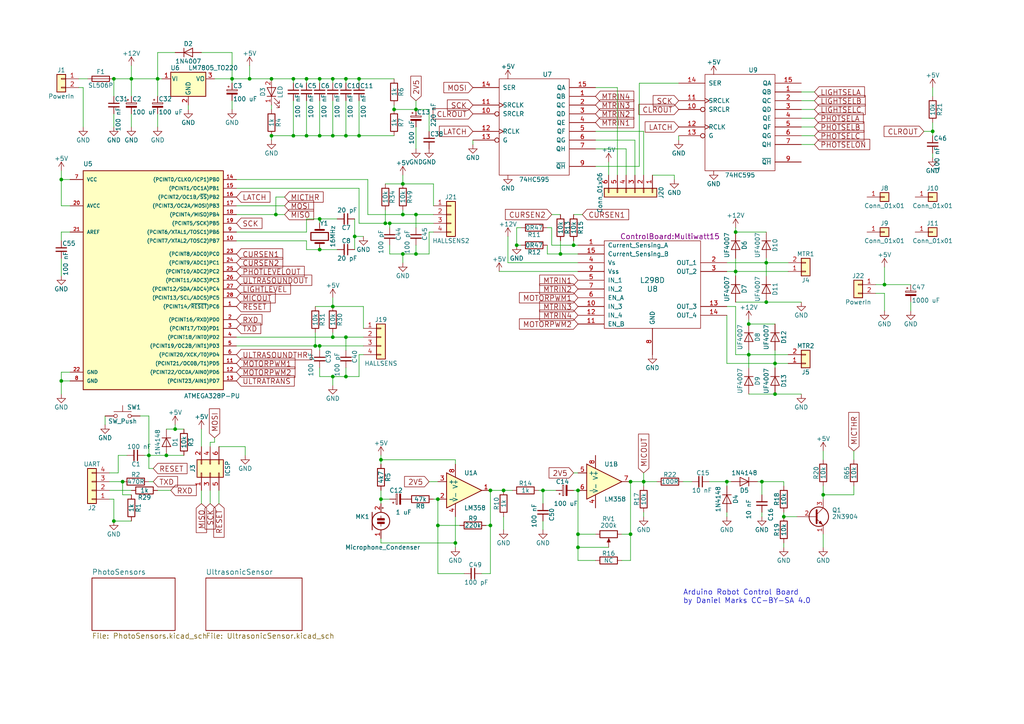
<source format=kicad_sch>
(kicad_sch (version 20230121) (generator eeschema)
  (paper "A4")
  (junction (at 114.3 31.75))
  (junction (at 167.64 158.75))
  (junction (at 142.24 152.4))
  (junction (at 96.52 22.86))
  (junction (at 96.52 109.22))
  (junction (at 224.79 114.3))
  (junction (at 238.76 143.51))
  (junction (at 227.33 149.86))
  (junction (at 142.24 142.24))
  (junction (at 96.52 88.9))
  (junction (at 217.17 93.98))
  (junction (at 116.84 73.66))
  (junction (at 38.1 22.86))
  (junction (at 78.74 22.86))
  (junction (at 85.09 39.37))
  (junction (at 120.65 62.23))
  (junction (at 100.33 39.37))
  (junction (at 210.82 139.7))
  (junction (at 102.87 68.58))
  (junction (at 182.88 139.7))
  (junction (at 35.56 139.7))
  (junction (at 166.37 71.12))
  (junction (at 85.09 22.86))
  (junction (at 256.54 82.55))
  (junction (at 80.01 62.23))
  (junction (at 110.49 133.35))
  (junction (at 72.39 22.86))
  (junction (at 120.65 31.75))
  (junction (at 162.56 73.66))
  (junction (at 167.64 142.24))
  (junction (at 92.71 39.37))
  (junction (at 96.52 39.37))
  (junction (at 217.17 102.87))
  (junction (at 213.36 78.74))
  (junction (at 213.36 67.31))
  (junction (at 100.33 97.79))
  (junction (at 67.31 22.86))
  (junction (at 120.65 73.66))
  (junction (at 50.8 124.46))
  (junction (at 127 152.4))
  (junction (at 111.76 64.77))
  (junction (at 92.71 63.5))
  (junction (at 167.64 154.94))
  (junction (at 222.25 87.63))
  (junction (at 78.74 39.37))
  (junction (at 17.78 110.49))
  (junction (at 33.02 22.86))
  (junction (at 92.71 100.33))
  (junction (at 116.84 62.23))
  (junction (at 104.14 39.37))
  (junction (at 182.88 154.94))
  (junction (at 224.79 105.41))
  (junction (at 220.98 139.7))
  (junction (at 33.02 151.13))
  (junction (at 100.33 109.22))
  (junction (at 132.08 157.48))
  (junction (at 186.69 139.7))
  (junction (at 88.9 39.37))
  (junction (at 96.52 97.79))
  (junction (at 104.14 22.86))
  (junction (at 127 144.78))
  (junction (at 45.72 22.86))
  (junction (at 48.26 132.08))
  (junction (at 100.33 22.86))
  (junction (at 146.05 142.24))
  (junction (at 157.48 142.24))
  (junction (at 43.18 132.08))
  (junction (at 149.86 71.12))
  (junction (at 92.71 22.86))
  (junction (at 92.71 72.39))
  (junction (at 88.9 22.86))
  (junction (at 113.03 64.77))
  (junction (at 110.49 144.78))
  (junction (at 270.51 38.1))
  (junction (at 91.44 100.33))
  (junction (at 222.25 76.2))
  (junction (at 17.78 52.07))
  (junction (at 116.84 53.34))
  (wire (pts (xy 62.23 127) (xy 62.23 128.27)))
  (wire (pts (xy 92.71 101.6) (xy 92.71 100.33)))
  (wire (pts (xy 167.64 137.16) (xy 166.37 137.16)))
  (wire (pts (xy 91.44 88.9) (xy 96.52 88.9)))
  (wire (pts (xy 147.32 76.2) (xy 167.64 76.2)))
  (wire (pts (xy 217.17 101.6) (xy 217.17 102.87)))
  (wire (pts (xy 142.24 152.4) (xy 142.24 166.37)))
  (wire (pts (xy 24.13 25.4) (xy 22.86 25.4)))
  (wire (pts (xy 88.9 22.86) (xy 92.71 22.86)))
  (wire (pts (xy 88.9 67.31) (xy 88.9 63.5)))
  (wire (pts (xy 91.44 96.52) (xy 91.44 100.33)))
  (wire (pts (xy 58.42 129.54) (xy 58.42 124.46)))
  (wire (pts (xy 157.48 153.67) (xy 157.48 151.13)))
  (wire (pts (xy 247.65 130.81) (xy 247.65 133.35)))
  (wire (pts (xy 100.33 39.37) (xy 104.14 39.37)))
  (wire (pts (xy 45.72 22.86) (xy 46.99 22.86)))
  (wire (pts (xy 106.68 62.23) (xy 106.68 52.07)))
  (wire (pts (xy 247.65 143.51) (xy 238.76 143.51)))
  (wire (pts (xy 72.39 22.86) (xy 72.39 19.05)))
  (wire (pts (xy 100.33 109.22) (xy 104.14 109.22)))
  (wire (pts (xy 127 144.78) (xy 127 152.4)))
  (wire (pts (xy 30.48 123.19) (xy 30.48 120.65)))
  (wire (pts (xy 92.71 64.77) (xy 92.71 63.5)))
  (wire (pts (xy 158.75 66.04) (xy 160.02 66.04)))
  (wire (pts (xy 167.64 154.94) (xy 172.72 154.94)))
  (wire (pts (xy 210.82 105.41) (xy 224.79 105.41)))
  (wire (pts (xy 114.3 30.48) (xy 114.3 31.75)))
  (wire (pts (xy 92.71 22.86) (xy 92.71 24.13)))
  (wire (pts (xy 105.41 88.9) (xy 105.41 95.25)))
  (wire (pts (xy 68.58 59.69) (xy 82.55 59.69)))
  (wire (pts (xy 67.31 15.24) (xy 67.31 22.86)))
  (wire (pts (xy 182.88 139.7) (xy 182.88 154.94)))
  (wire (pts (xy 127 144.78) (xy 125.73 144.78)))
  (wire (pts (xy 162.56 73.66) (xy 167.64 73.66)))
  (wire (pts (xy 43.18 120.65) (xy 43.18 132.08)))
  (wire (pts (xy 232.41 31.75) (xy 236.22 31.75)))
  (wire (pts (xy 116.84 60.96) (xy 116.84 62.23)))
  (wire (pts (xy 34.29 132.08) (xy 34.29 137.16)))
  (wire (pts (xy 182.88 139.7) (xy 186.69 139.7)))
  (wire (pts (xy 238.76 143.51) (xy 238.76 144.78)))
  (wire (pts (xy 144.78 78.74) (xy 167.64 78.74)))
  (wire (pts (xy 43.18 132.08) (xy 43.18 135.89)))
  (wire (pts (xy 38.1 151.13) (xy 33.02 151.13)))
  (wire (pts (xy 167.64 158.75) (xy 176.53 158.75)))
  (wire (pts (xy 264.16 87.63) (xy 264.16 90.17)))
  (wire (pts (xy 50.8 124.46) (xy 53.34 124.46)))
  (wire (pts (xy 68.58 100.33) (xy 91.44 100.33)))
  (wire (pts (xy 124.46 67.31) (xy 125.73 67.31)))
  (wire (pts (xy 72.39 22.86) (xy 78.74 22.86)))
  (wire (pts (xy 120.65 31.75) (xy 124.46 31.75)))
  (wire (pts (xy 213.36 67.31) (xy 213.36 66.04)))
  (wire (pts (xy 132.08 133.35) (xy 132.08 134.62)))
  (wire (pts (xy 67.31 22.86) (xy 67.31 24.13)))
  (wire (pts (xy 236.22 29.21) (xy 232.41 29.21)))
  (wire (pts (xy 111.76 53.34) (xy 116.84 53.34)))
  (wire (pts (xy 104.14 102.87) (xy 105.41 102.87)))
  (wire (pts (xy 88.9 39.37) (xy 92.71 39.37)))
  (wire (pts (xy 92.71 106.68) (xy 92.71 109.22)))
  (wire (pts (xy 157.48 146.05) (xy 157.48 142.24)))
  (wire (pts (xy 160.02 71.12) (xy 166.37 71.12)))
  (wire (pts (xy 45.72 22.86) (xy 45.72 27.94)))
  (wire (pts (xy 96.52 111.76) (xy 96.52 109.22)))
  (wire (pts (xy 43.18 135.89) (xy 44.45 135.89)))
  (wire (pts (xy 167.64 158.75) (xy 167.64 162.56)))
  (wire (pts (xy 179.07 50.8) (xy 179.07 25.4)))
  (wire (pts (xy 142.24 152.4) (xy 140.97 152.4)))
  (wire (pts (xy 227.33 149.86) (xy 227.33 148.59)))
  (wire (pts (xy 222.25 76.2) (xy 222.25 80.01)))
  (wire (pts (xy 24.13 36.83) (xy 24.13 25.4)))
  (wire (pts (xy 92.71 22.86) (xy 96.52 22.86)))
  (wire (pts (xy 17.78 80.01) (xy 17.78 74.93)))
  (wire (pts (xy 184.15 40.64) (xy 172.72 40.64)))
  (wire (pts (xy 213.36 78.74) (xy 228.6 78.74)))
  (wire (pts (xy 62.23 128.27) (xy 60.96 128.27)))
  (wire (pts (xy 33.02 151.13) (xy 33.02 144.78)))
  (wire (pts (xy 217.17 102.87) (xy 228.6 102.87)))
  (wire (pts (xy 92.71 72.39) (xy 97.79 72.39)))
  (wire (pts (xy 17.78 69.85) (xy 17.78 67.31)))
  (wire (pts (xy 85.09 22.86) (xy 85.09 24.13)))
  (wire (pts (xy 220.98 139.7) (xy 227.33 139.7)))
  (wire (pts (xy 146.05 153.67) (xy 146.05 149.86)))
  (wire (pts (xy 78.74 31.75) (xy 78.74 30.48)))
  (wire (pts (xy 60.96 128.27) (xy 60.96 129.54)))
  (wire (pts (xy 110.49 133.35) (xy 110.49 134.62)))
  (wire (pts (xy 210.82 140.97) (xy 210.82 139.7)))
  (wire (pts (xy 227.33 157.48) (xy 227.33 158.75)))
  (wire (pts (xy 116.84 76.2) (xy 116.84 73.66)))
  (wire (pts (xy 100.33 39.37) (xy 100.33 29.21)))
  (wire (pts (xy 68.58 62.23) (xy 80.01 62.23)))
  (wire (pts (xy 38.1 143.51) (xy 35.56 143.51)))
  (wire (pts (xy 186.69 50.8) (xy 186.69 38.1)))
  (wire (pts (xy 63.5 146.05) (xy 63.5 142.24)))
  (wire (pts (xy 222.25 76.2) (xy 228.6 76.2)))
  (wire (pts (xy 116.84 53.34) (xy 116.84 50.8)))
  (wire (pts (xy 80.01 62.23) (xy 82.55 62.23)))
  (wire (pts (xy 100.33 109.22) (xy 100.33 106.68)))
  (wire (pts (xy 142.24 166.37) (xy 139.7 166.37)))
  (wire (pts (xy 38.1 142.24) (xy 31.75 142.24)))
  (wire (pts (xy 224.79 105.41) (xy 224.79 106.68)))
  (wire (pts (xy 45.72 15.24) (xy 45.72 22.86)))
  (wire (pts (xy 213.36 87.63) (xy 222.25 87.63)))
  (wire (pts (xy 186.69 139.7) (xy 186.69 140.97)))
  (wire (pts (xy 149.86 66.04) (xy 151.13 66.04)))
  (wire (pts (xy 137.16 41.91) (xy 137.16 40.64)))
  (wire (pts (xy 186.69 38.1) (xy 172.72 38.1)))
  (wire (pts (xy 88.9 69.85) (xy 88.9 72.39)))
  (wire (pts (xy 270.51 44.45) (xy 270.51 45.72)))
  (wire (pts (xy 120.65 31.75) (xy 120.65 29.21)))
  (wire (pts (xy 217.17 102.87) (xy 217.17 106.68)))
  (wire (pts (xy 48.26 124.46) (xy 50.8 124.46)))
  (wire (pts (xy 43.18 132.08) (xy 48.26 132.08)))
  (wire (pts (xy 96.52 88.9) (xy 96.52 86.36)))
  (wire (pts (xy 78.74 39.37) (xy 85.09 39.37)))
  (wire (pts (xy 210.82 88.9) (xy 213.36 88.9)))
  (wire (pts (xy 166.37 69.85) (xy 166.37 71.12)))
  (wire (pts (xy 110.49 132.08) (xy 110.49 133.35)))
  (wire (pts (xy 124.46 73.66) (xy 124.46 67.31)))
  (wire (pts (xy 54.61 31.75) (xy 54.61 30.48)))
  (wire (pts (xy 217.17 93.98) (xy 224.79 93.98)))
  (wire (pts (xy 210.82 139.7) (xy 212.09 139.7)))
  (wire (pts (xy 68.58 69.85) (xy 88.9 69.85)))
  (wire (pts (xy 185.42 48.26) (xy 185.42 24.13)))
  (wire (pts (xy 111.76 60.96) (xy 111.76 64.77)))
  (wire (pts (xy 36.83 132.08) (xy 34.29 132.08)))
  (wire (pts (xy 116.84 73.66) (xy 120.65 73.66)))
  (wire (pts (xy 17.78 52.07) (xy 20.32 52.07)))
  (wire (pts (xy 238.76 140.97) (xy 238.76 143.51)))
  (wire (pts (xy 133.35 152.4) (xy 127 152.4)))
  (wire (pts (xy 88.9 39.37) (xy 88.9 29.21)))
  (wire (pts (xy 110.49 133.35) (xy 132.08 133.35)))
  (wire (pts (xy 17.78 49.53) (xy 17.78 52.07)))
  (wire (pts (xy 247.65 140.97) (xy 247.65 143.51)))
  (wire (pts (xy 92.71 39.37) (xy 92.71 29.21)))
  (wire (pts (xy 33.02 27.94) (xy 33.02 22.86)))
  (wire (pts (xy 256.54 90.17) (xy 256.54 85.09)))
  (wire (pts (xy 166.37 71.12) (xy 167.64 71.12)))
  (wire (pts (xy 113.03 71.12) (xy 113.03 73.66)))
  (wire (pts (xy 210.82 148.59) (xy 210.82 149.86)))
  (wire (pts (xy 236.22 39.37) (xy 232.41 39.37)))
  (wire (pts (xy 85.09 22.86) (xy 88.9 22.86)))
  (wire (pts (xy 186.69 139.7) (xy 190.5 139.7)))
  (wire (pts (xy 181.61 43.18) (xy 172.72 43.18)))
  (wire (pts (xy 17.78 52.07) (xy 17.78 59.69)))
  (wire (pts (xy 113.03 64.77) (xy 125.73 64.77)))
  (wire (pts (xy 167.64 154.94) (xy 167.64 158.75)))
  (wire (pts (xy 111.76 64.77) (xy 113.03 64.77)))
  (wire (pts (xy 110.49 156.21) (xy 110.49 157.48)))
  (wire (pts (xy 182.88 154.94) (xy 180.34 154.94)))
  (wire (pts (xy 181.61 50.8) (xy 181.61 43.18)))
  (wire (pts (xy 113.03 66.04) (xy 113.03 64.77)))
  (wire (pts (xy 238.76 158.75) (xy 238.76 154.94)))
  (wire (pts (xy 167.64 162.56) (xy 172.72 162.56)))
  (wire (pts (xy 92.71 100.33) (xy 105.41 100.33)))
  (wire (pts (xy 71.12 129.54) (xy 63.5 129.54)))
  (wire (pts (xy 220.98 143.51) (xy 220.98 139.7)))
  (wire (pts (xy 168.91 62.23) (xy 166.37 62.23)))
  (wire (pts (xy 151.13 71.12) (xy 149.86 71.12)))
  (wire (pts (xy 146.05 142.24) (xy 148.59 142.24)))
  (wire (pts (xy 179.07 25.4) (xy 172.72 25.4)))
  (wire (pts (xy 160.02 62.23) (xy 162.56 62.23)))
  (wire (pts (xy 256.54 82.55) (xy 264.16 82.55)))
  (wire (pts (xy 116.84 62.23) (xy 120.65 62.23)))
  (wire (pts (xy 120.65 73.66) (xy 124.46 73.66)))
  (wire (pts (xy 110.49 142.24) (xy 110.49 144.78)))
  (wire (pts (xy 100.33 22.86) (xy 104.14 22.86)))
  (wire (pts (xy 104.14 64.77) (xy 111.76 64.77)))
  (wire (pts (xy 256.54 85.09) (xy 254 85.09)))
  (wire (pts (xy 220.98 149.86) (xy 220.98 148.59)))
  (wire (pts (xy 213.36 78.74) (xy 213.36 80.01)))
  (wire (pts (xy 100.33 22.86) (xy 100.33 24.13)))
  (wire (pts (xy 120.65 66.04) (xy 120.65 62.23)))
  (wire (pts (xy 270.51 35.56) (xy 270.51 38.1)))
  (wire (pts (xy 219.71 139.7) (xy 220.98 139.7)))
  (wire (pts (xy 58.42 146.05) (xy 58.42 142.24)))
  (wire (pts (xy 210.82 76.2) (xy 222.25 76.2)))
  (wire (pts (xy 50.8 123.19) (xy 50.8 124.46)))
  (wire (pts (xy 25.4 22.86) (xy 22.86 22.86)))
  (wire (pts (xy 33.02 36.83) (xy 33.02 33.02)))
  (wire (pts (xy 196.85 40.64) (xy 196.85 39.37)))
  (wire (pts (xy 142.24 142.24) (xy 146.05 142.24)))
  (wire (pts (xy 43.18 120.65) (xy 40.64 120.65)))
  (wire (pts (xy 71.12 132.08) (xy 71.12 129.54)))
  (wire (pts (xy 205.74 139.7) (xy 210.82 139.7)))
  (wire (pts (xy 68.58 67.31) (xy 88.9 67.31)))
  (wire (pts (xy 35.56 139.7) (xy 31.75 139.7)))
  (wire (pts (xy 104.14 54.61) (xy 104.14 64.77)))
  (wire (pts (xy 125.73 53.34) (xy 125.73 59.69)))
  (wire (pts (xy 238.76 133.35) (xy 238.76 130.81)))
  (wire (pts (xy 106.68 62.23) (xy 116.84 62.23)))
  (wire (pts (xy 110.49 144.78) (xy 110.49 146.05)))
  (wire (pts (xy 127 152.4) (xy 127 166.37)))
  (wire (pts (xy 67.31 22.86) (xy 72.39 22.86)))
  (wire (pts (xy 210.82 78.74) (xy 213.36 78.74)))
  (wire (pts (xy 176.53 46.99) (xy 176.53 50.8)))
  (wire (pts (xy 96.52 39.37) (xy 100.33 39.37)))
  (wire (pts (xy 162.56 69.85) (xy 162.56 73.66)))
  (wire (pts (xy 222.25 87.63) (xy 232.41 87.63)))
  (wire (pts (xy 113.03 144.78) (xy 110.49 144.78)))
  (wire (pts (xy 213.36 102.87) (xy 217.17 102.87)))
  (wire (pts (xy 142.24 142.24) (xy 142.24 152.4)))
  (wire (pts (xy 91.44 100.33) (xy 92.71 100.33)))
  (wire (pts (xy 232.41 26.67) (xy 236.22 26.67)))
  (wire (pts (xy 222.25 67.31) (xy 213.36 67.31)))
  (wire (pts (xy 222.25 74.93) (xy 222.25 76.2)))
  (wire (pts (xy 217.17 92.71) (xy 217.17 93.98)))
  (wire (pts (xy 45.72 142.24) (xy 49.53 142.24)))
  (wire (pts (xy 167.64 142.24) (xy 167.64 154.94)))
  (wire (pts (xy 38.1 19.05) (xy 38.1 22.86)))
  (wire (pts (xy 132.08 157.48) (xy 132.08 158.75)))
  (wire (pts (xy 96.52 39.37) (xy 96.52 29.21)))
  (wire (pts (xy 186.69 149.86) (xy 186.69 148.59)))
  (wire (pts (xy 78.74 40.64) (xy 78.74 39.37)))
  (wire (pts (xy 200.66 139.7) (xy 198.12 139.7)))
  (wire (pts (xy 96.52 109.22) (xy 100.33 109.22)))
  (wire (pts (xy 17.78 110.49) (xy 17.78 114.3)))
  (wire (pts (xy 92.71 63.5) (xy 97.79 63.5)))
  (wire (pts (xy 33.02 144.78) (xy 31.75 144.78)))
  (wire (pts (xy 106.68 52.07) (xy 68.58 52.07)))
  (wire (pts (xy 210.82 105.41) (xy 210.82 91.44)))
  (wire (pts (xy 17.78 67.31) (xy 20.32 67.31)))
  (wire (pts (xy 160.02 66.04) (xy 160.02 71.12)))
  (wire (pts (xy 33.02 22.86) (xy 38.1 22.86)))
  (wire (pts (xy 236.22 41.91) (xy 232.41 41.91)))
  (wire (pts (xy 184.15 50.8) (xy 184.15 40.64)))
  (wire (pts (xy 186.69 137.16) (xy 186.69 139.7)))
  (wire (pts (xy 96.52 97.79) (xy 100.33 97.79)))
  (wire (pts (xy 236.22 34.29) (xy 232.41 34.29)))
  (wire (pts (xy 80.01 57.15) (xy 82.55 57.15)))
  (wire (pts (xy 195.58 50.8) (xy 195.58 52.07)))
  (wire (pts (xy 80.01 62.23) (xy 80.01 57.15)))
  (wire (pts (xy 38.1 36.83) (xy 38.1 33.02)))
  (wire (pts (xy 88.9 22.86) (xy 88.9 24.13)))
  (wire (pts (xy 41.91 132.08) (xy 43.18 132.08)))
  (wire (pts (xy 102.87 63.5) (xy 102.87 68.58)))
  (wire (pts (xy 224.79 101.6) (xy 224.79 105.41)))
  (wire (pts (xy 110.49 157.48) (xy 132.08 157.48)))
  (wire (pts (xy 17.78 107.95) (xy 17.78 110.49)))
  (wire (pts (xy 217.17 114.3) (xy 224.79 114.3)))
  (wire (pts (xy 189.23 50.8) (xy 195.58 50.8)))
  (wire (pts (xy 127 166.37) (xy 134.62 166.37)))
  (wire (pts (xy 120.65 73.66) (xy 120.65 71.12)))
  (wire (pts (xy 254 82.55) (xy 256.54 82.55)))
  (wire (pts (xy 85.09 29.21) (xy 85.09 39.37)))
  (wire (pts (xy 96.52 22.86) (xy 100.33 22.86)))
  (wire (pts (xy 182.88 162.56) (xy 180.34 162.56)))
  (wire (pts (xy 45.72 15.24) (xy 50.8 15.24)))
  (wire (pts (xy 120.65 62.23) (xy 125.73 62.23)))
  (wire (pts (xy 60.96 146.05) (xy 60.96 142.24)))
  (wire (pts (xy 96.52 88.9) (xy 105.41 88.9)))
  (wire (pts (xy 156.21 142.24) (xy 157.48 142.24)))
  (wire (pts (xy 127 139.7) (xy 124.46 139.7)))
  (wire (pts (xy 124.46 31.75) (xy 124.46 38.1)))
  (wire (pts (xy 270.51 38.1) (xy 270.51 39.37)))
  (wire (pts (xy 68.58 54.61) (xy 104.14 54.61)))
  (wire (pts (xy 232.41 36.83) (xy 236.22 36.83)))
  (wire (pts (xy 185.42 24.13) (xy 196.85 24.13)))
  (wire (pts (xy 158.75 71.12) (xy 158.75 73.66)))
  (wire (pts (xy 104.14 39.37) (xy 104.14 29.21)))
  (wire (pts (xy 92.71 39.37) (xy 96.52 39.37)))
  (wire (pts (xy 227.33 149.86) (xy 231.14 149.86)))
  (wire (pts (xy 104.14 22.86) (xy 114.3 22.86)))
  (wire (pts (xy 20.32 110.49) (xy 17.78 110.49)))
  (wire (pts (xy 185.42 48.26) (xy 172.72 48.26)))
  (wire (pts (xy 116.84 53.34) (xy 125.73 53.34)))
  (wire (pts (xy 68.58 97.79) (xy 96.52 97.79)))
  (wire (pts (xy 38.1 22.86) (xy 45.72 22.86)))
  (wire (pts (xy 88.9 63.5) (xy 92.71 63.5)))
  (wire (pts (xy 102.87 68.58) (xy 102.87 72.39)))
  (wire (pts (xy 113.03 73.66) (xy 116.84 73.66)))
  (wire (pts (xy 104.14 22.86) (xy 104.14 24.13)))
  (wire (pts (xy 104.14 39.37) (xy 114.3 39.37)))
  (wire (pts (xy 100.33 101.6) (xy 100.33 97.79)))
  (wire (pts (xy 48.26 132.08) (xy 53.34 132.08)))
  (wire (pts (xy 158.75 73.66) (xy 162.56 73.66)))
  (wire (pts (xy 67.31 31.75) (xy 67.31 29.21)))
  (wire (pts (xy 17.78 107.95) (xy 20.32 107.95)))
  (wire (pts (xy 17.78 59.69) (xy 20.32 59.69)))
  (wire (pts (xy 256.54 77.47) (xy 256.54 82.55)))
  (wire (pts (xy 78.74 22.86) (xy 85.09 22.86)))
  (wire (pts (xy 34.29 137.16) (xy 31.75 137.16)))
  (wire (pts (xy 147.32 68.58) (xy 147.32 76.2)))
  (wire (pts (xy 45.72 36.83) (xy 45.72 33.02)))
  (wire (pts (xy 213.36 74.93) (xy 213.36 78.74)))
  (wire (pts (xy 227.33 139.7) (xy 227.33 140.97)))
  (wire (pts (xy 35.56 143.51) (xy 35.56 139.7)))
  (wire (pts (xy 96.52 96.52) (xy 96.52 97.79)))
  (wire (pts (xy 104.14 109.22) (xy 104.14 102.87)))
  (wire (pts (xy 43.18 139.7) (xy 44.45 139.7)))
  (wire (pts (xy 114.3 31.75) (xy 120.65 31.75)))
  (wire (pts (xy 224.79 105.41) (xy 228.6 105.41)))
  (wire (pts (xy 85.09 39.37) (xy 88.9 39.37)))
  (wire (pts (xy 120.65 43.18) (xy 120.65 36.83)))
  (wire (pts (xy 96.52 22.86) (xy 96.52 24.13)))
  (wire (pts (xy 270.51 25.4) (xy 270.51 27.94)))
  (wire (pts (xy 149.86 71.12) (xy 149.86 66.04)))
  (wire (pts (xy 224.79 114.3) (xy 232.41 114.3)))
  (wire (pts (xy 100.33 97.79) (xy 105.41 97.79)))
  (wire (pts (xy 92.71 109.22) (xy 96.52 109.22)))
  (wire (pts (xy 38.1 22.86) (xy 38.1 27.94)))
  (wire (pts (xy 157.48 142.24) (xy 161.29 142.24)))
  (wire (pts (xy 58.42 15.24) (xy 67.31 15.24)))
  (wire (pts (xy 62.23 22.86) (xy 67.31 22.86)))
  (wire (pts (xy 270.51 38.1) (xy 267.97 38.1)))
  (wire (pts (xy 105.41 68.58) (xy 102.87 68.58)))
  (wire (pts (xy 132.08 149.86) (xy 132.08 157.48)))
  (wire (pts (xy 88.9 72.39) (xy 92.71 72.39)))
  (wire (pts (xy 182.88 154.94) (xy 182.88 162.56)))
  (wire (pts (xy 213.36 88.9) (xy 213.36 102.87)))
  (wire (pts (xy 167.64 142.24) (xy 166.37 142.24)))
  (text "Arduino Robot Control Board\nby Daniel Marks CC-BY-SA 4.0" (at 198.12 175.26 0) (effects (font (size 1.524 1.524)) (justify left bottom)))
  (global_label "MISO" (shape input) (at 58.42 146.05 270) (effects (font (size 1.524 1.524))) (property "Intersheetrefs" "${INTERSHEET_REFS}" (effects hide)))
  (global_label "CLROUT" (shape input) (at 267.97 38.1 180) (effects (font (size 1.524 1.524))) (property "Intersheetrefs" "${INTERSHEET_REFS}" (effects hide)))
  (global_label "CURSEN2" (shape input) (at 160.02 62.23 180) (effects (font (size 1.524 1.524))) (property "Intersheetrefs" "${INTERSHEET_REFS}" (effects hide)))
  (global_label "ULTRASOUNDOUT" (shape input) (at 68.58 81.28 0) (effects (font (size 1.524 1.524))) (property "Intersheetrefs" "${INTERSHEET_REFS}" (effects hide)))
  (global_label "MTRIN4" (shape input) (at 172.72 27.94 0) (effects (font (size 1.524 1.524))) (property "Intersheetrefs" "${INTERSHEET_REFS}" (effects hide)))
  (global_label "CURSEN1" (shape input) (at 68.58 73.66 0) (effects (font (size 1.524 1.524))) (property "Intersheetrefs" "${INTERSHEET_REFS}" (effects hide)))
  (global_label "MISO" (shape input) (at 82.55 62.23 0) (effects (font (size 1.524 1.524))) (property "Intersheetrefs" "${INTERSHEET_REFS}" (effects hide)))
  (global_label "SCK" (shape input) (at 60.96 146.05 270) (effects (font (size 1.524 1.524))) (property "Intersheetrefs" "${INTERSHEET_REFS}" (effects hide)))
  (global_label "MTRIN2" (shape input) (at 167.64 83.82 180) (effects (font (size 1.524 1.524))) (property "Intersheetrefs" "${INTERSHEET_REFS}" (effects hide)))
  (global_label "RESET" (shape input) (at 63.5 146.05 270) (effects (font (size 1.524 1.524))) (property "Intersheetrefs" "${INTERSHEET_REFS}" (effects hide)))
  (global_label "ULTRATRANS" (shape input) (at 68.58 110.49 0) (effects (font (size 1.524 1.524))) (property "Intersheetrefs" "${INTERSHEET_REFS}" (effects hide)))
  (global_label "MTRIN3" (shape input) (at 167.64 88.9 180) (effects (font (size 1.524 1.524))) (property "Intersheetrefs" "${INTERSHEET_REFS}" (effects hide)))
  (global_label "MICOUT" (shape input) (at 68.58 86.36 0) (effects (font (size 1.524 1.524))) (property "Intersheetrefs" "${INTERSHEET_REFS}" (effects hide)))
  (global_label "SCK" (shape input) (at 196.85 29.21 180) (effects (font (size 1.524 1.524))) (property "Intersheetrefs" "${INTERSHEET_REFS}" (effects hide)))
  (global_label "CLROUT" (shape input) (at 196.85 31.75 180) (effects (font (size 1.524 1.524))) (property "Intersheetrefs" "${INTERSHEET_REFS}" (effects hide)))
  (global_label "LATCH" (shape input) (at 196.85 36.83 180) (effects (font (size 1.524 1.524))) (property "Intersheetrefs" "${INTERSHEET_REFS}" (effects hide)))
  (global_label "MTRIN3" (shape input) (at 172.72 30.48 0) (effects (font (size 1.524 1.524))) (property "Intersheetrefs" "${INTERSHEET_REFS}" (effects hide)))
  (global_label "SCK" (shape input) (at 68.58 64.77 0) (effects (font (size 1.524 1.524))) (property "Intersheetrefs" "${INTERSHEET_REFS}" (effects hide)))
  (global_label "CURSEN2" (shape input) (at 68.58 76.2 0) (effects (font (size 1.524 1.524))) (property "Intersheetrefs" "${INTERSHEET_REFS}" (effects hide)))
  (global_label "RESET" (shape input) (at 44.45 135.89 0) (effects (font (size 1.524 1.524))) (property "Intersheetrefs" "${INTERSHEET_REFS}" (effects hide)))
  (global_label "MICTHR" (shape input) (at 82.55 57.15 0) (effects (font (size 1.524 1.524))) (property "Intersheetrefs" "${INTERSHEET_REFS}" (effects hide)))
  (global_label "ULTRASOUNDTHR" (shape input) (at 68.58 102.87 0) (effects (font (size 1.524 1.524))) (property "Intersheetrefs" "${INTERSHEET_REFS}" (effects hide)))
  (global_label "SCK" (shape input) (at 137.16 30.48 180) (effects (font (size 1.524 1.524))) (property "Intersheetrefs" "${INTERSHEET_REFS}" (effects hide)))
  (global_label "CURSEN1" (shape input) (at 168.91 62.23 0) (effects (font (size 1.524 1.524))) (property "Intersheetrefs" "${INTERSHEET_REFS}" (effects hide)))
  (global_label "MTRIN1" (shape input) (at 172.72 35.56 0) (effects (font (size 1.524 1.524))) (property "Intersheetrefs" "${INTERSHEET_REFS}" (effects hide)))
  (global_label "2V5" (shape input) (at 166.37 137.16 180) (effects (font (size 1.524 1.524))) (property "Intersheetrefs" "${INTERSHEET_REFS}" (effects hide)))
  (global_label "MICTHR" (shape input) (at 247.65 130.81 90) (effects (font (size 1.524 1.524))) (property "Intersheetrefs" "${INTERSHEET_REFS}" (effects hide)))
  (global_label "LIGHTSELC" (shape input) (at 236.22 31.75 0) (effects (font (size 1.524 1.524))) (property "Intersheetrefs" "${INTERSHEET_REFS}" (effects hide)))
  (global_label "MTRIN1" (shape input) (at 167.64 81.28 180) (effects (font (size 1.524 1.524))) (property "Intersheetrefs" "${INTERSHEET_REFS}" (effects hide)))
  (global_label "RXD" (shape input) (at 49.53 142.24 0) (effects (font (size 1.524 1.524))) (property "Intersheetrefs" "${INTERSHEET_REFS}" (effects hide)))
  (global_label "MOSI" (shape input) (at 137.16 25.4 180) (effects (font (size 1.524 1.524))) (property "Intersheetrefs" "${INTERSHEET_REFS}" (effects hide)))
  (global_label "2V5" (shape input) (at 124.46 139.7 180) (effects (font (size 1.524 1.524))) (property "Intersheetrefs" "${INTERSHEET_REFS}" (effects hide)))
  (global_label "LIGHTLEVEL" (shape input) (at 68.58 83.82 0) (effects (font (size 1.524 1.524))) (property "Intersheetrefs" "${INTERSHEET_REFS}" (effects hide)))
  (global_label "MOTORPWM2" (shape input) (at 167.64 93.98 180) (effects (font (size 1.524 1.524))) (property "Intersheetrefs" "${INTERSHEET_REFS}" (effects hide)))
  (global_label "PHOTLEVELOUT" (shape input) (at 68.58 78.74 0) (effects (font (size 1.524 1.524))) (property "Intersheetrefs" "${INTERSHEET_REFS}" (effects hide)))
  (global_label "PHOTSELA" (shape input) (at 236.22 34.29 0) (effects (font (size 1.524 1.524))) (property "Intersheetrefs" "${INTERSHEET_REFS}" (effects hide)))
  (global_label "LATCH" (shape input) (at 68.58 57.15 0) (effects (font (size 1.524 1.524))) (property "Intersheetrefs" "${INTERSHEET_REFS}" (effects hide)))
  (global_label "CLROUT" (shape input) (at 137.16 33.02 180) (effects (font (size 1.524 1.524))) (property "Intersheetrefs" "${INTERSHEET_REFS}" (effects hide)))
  (global_label "MOTORPWM2" (shape input) (at 68.58 107.95 0) (effects (font (size 1.524 1.524))) (property "Intersheetrefs" "${INTERSHEET_REFS}" (effects hide)))
  (global_label "PHOTSELC" (shape input) (at 236.22 39.37 0) (effects (font (size 1.524 1.524))) (property "Intersheetrefs" "${INTERSHEET_REFS}" (effects hide)))
  (global_label "RXD" (shape input) (at 68.58 92.71 0) (effects (font (size 1.524 1.524))) (property "Intersheetrefs" "${INTERSHEET_REFS}" (effects hide)))
  (global_label "MTRIN4" (shape input) (at 167.64 91.44 180) (effects (font (size 1.524 1.524))) (property "Intersheetrefs" "${INTERSHEET_REFS}" (effects hide)))
  (global_label "PHOTSELON" (shape input) (at 236.22 41.91 0) (effects (font (size 1.524 1.524))) (property "Intersheetrefs" "${INTERSHEET_REFS}" (effects hide)))
  (global_label "MICOUT" (shape input) (at 186.69 137.16 90) (effects (font (size 1.524 1.524))) (property "Intersheetrefs" "${INTERSHEET_REFS}" (effects hide)))
  (global_label "MTRIN2" (shape input) (at 172.72 33.02 0) (effects (font (size 1.524 1.524))) (property "Intersheetrefs" "${INTERSHEET_REFS}" (effects hide)))
  (global_label "MOTORPWM1" (shape input) (at 167.64 86.36 180) (effects (font (size 1.524 1.524))) (property "Intersheetrefs" "${INTERSHEET_REFS}" (effects hide)))
  (global_label "PHOTSELB" (shape input) (at 236.22 36.83 0) (effects (font (size 1.524 1.524))) (property "Intersheetrefs" "${INTERSHEET_REFS}" (effects hide)))
  (global_label "MOSI" (shape input) (at 82.55 59.69 0) (effects (font (size 1.524 1.524))) (property "Intersheetrefs" "${INTERSHEET_REFS}" (effects hide)))
  (global_label "MOSI" (shape input) (at 62.23 127 90) (effects (font (size 1.524 1.524))) (property "Intersheetrefs" "${INTERSHEET_REFS}" (effects hide)))
  (global_label "MOTORPWM1" (shape input) (at 68.58 105.41 0) (effects (font (size 1.524 1.524))) (property "Intersheetrefs" "${INTERSHEET_REFS}" (effects hide)))
  (global_label "LATCH" (shape input) (at 137.16 38.1 180) (effects (font (size 1.524 1.524))) (property "Intersheetrefs" "${INTERSHEET_REFS}" (effects hide)))
  (global_label "TXD" (shape input) (at 44.45 139.7 0) (effects (font (size 1.524 1.524))) (property "Intersheetrefs" "${INTERSHEET_REFS}" (effects hide)))
  (global_label "LIGHTSELA" (shape input) (at 236.22 26.67 0) (effects (font (size 1.524 1.524))) (property "Intersheetrefs" "${INTERSHEET_REFS}" (effects hide)))
  (global_label "2V5" (shape input) (at 120.65 29.21 90) (effects (font (size 1.524 1.524))) (property "Intersheetrefs" "${INTERSHEET_REFS}" (effects hide)))
  (global_label "LIGHTSELB" (shape input) (at 236.22 29.21 0) (effects (font (size 1.524 1.524))) (property "Intersheetrefs" "${INTERSHEET_REFS}" (effects hide)))
  (global_label "RESET" (shape input) (at 68.58 88.9 0) (effects (font (size 1.524 1.524))) (property "Intersheetrefs" "${INTERSHEET_REFS}" (effects hide)))
  (global_label "TXD" (shape input) (at 68.58 95.25 0) (effects (font (size 1.524 1.524))) (property "Intersheetrefs" "${INTERSHEET_REFS}" (effects hide)))
  (symbol (lib_id "ControlBoard-rescue:ATMEGA328P-PU") (at 43.18 80.01 0) (unit 1)
    (property "Reference" "U5" (at 24.13 48.26 0) (effects (justify left bottom)))
    (property "Value" "ATMEGA328P-PU" (at 53.34 115.57 0) (effects (justify left bottom)))
    (property "Footprint" "Housings_DIP:DIP-28_W7.62mm_Socket" (effects hide))
  )
  (symbol (lib_id "ControlBoard-rescue:LM7805_TO220") (at 54.61 22.86 0) (unit 1)
    (property "Reference" "U6" (at 50.8 19.685 0))
    (property "Value" "LM7805_TO220" (at 54.61 19.685 0) (effects (justify left)))
    (property "Footprint" "TO_SOT_Packages_THT:TO-220-3_Vertical" (effects hide))
  )
  (symbol (lib_id "ControlBoard-rescue:Conn_01x02") (at 17.78 22.86 0) (mirror y) (unit 1)
    (property "Reference" "J1" (at 17.78 20.32 0))
    (property "Value" "PowerIn" (at 17.78 27.94 0))
    (property "Footprint" "Connectors_Terminal_Blocks:TerminalBlock_bornier-2_P5.08mm" (effects hide))
  )
  (symbol (lib_id "ControlBoard-rescue:GND") (at 24.13 36.83 0) (unit 1)
    (property "Reference" "#PWR04" (effects hide))
    (property "Value" "GND" (at 24.13 40.64 0))
  )
  (symbol (lib_id "ControlBoard-rescue:CP_Small") (at 38.1 30.48 0) (unit 1)
    (property "Reference" "C2" (at 38.354 28.702 0) (effects (justify left)))
    (property "Value" "100 uF" (at 38.354 32.512 0) (effects (justify left)))
    (property "Footprint" "Capacitors_THT:CP_Radial_D5.0mm_P2.50mm" (effects hide))
  )
  (symbol (lib_id "ControlBoard-rescue:CP_Small") (at 67.31 26.67 0) (unit 1)
    (property "Reference" "C3" (at 67.564 24.892 0) (effects (justify left)))
    (property "Value" "100 uF" (at 67.564 28.702 0) (effects (justify left)))
    (property "Footprint" "Capacitors_THT:CP_Radial_D5.0mm_P2.50mm" (effects hide))
  )
  (symbol (lib_id "ControlBoard-rescue:GND") (at 54.61 31.75 0) (unit 1)
    (property "Reference" "#PWR012" (effects hide))
    (property "Value" "GND" (at 54.61 35.56 0))
  )
  (symbol (lib_id "ControlBoard-rescue:GND") (at 67.31 31.75 0) (unit 1)
    (property "Reference" "#PWR014" (effects hide))
    (property "Value" "GND" (at 67.31 35.56 0))
  )
  (symbol (lib_id "ControlBoard-rescue:LED") (at 78.74 26.67 90) (unit 1)
    (property "Reference" "D3" (at 76.2 26.67 0))
    (property "Value" "LED" (at 81.28 26.67 0))
    (property "Footprint" "LEDs:LED_D5.0mm" (effects hide))
  )
  (symbol (lib_id "ControlBoard-rescue:R") (at 78.74 35.56 0) (unit 1)
    (property "Reference" "R4" (at 80.772 35.56 90))
    (property "Value" "1k" (at 78.74 35.56 90))
    (property "Footprint" "Resistors_THT:R_Axial_DIN0207_L6.3mm_D2.5mm_P7.62mm_Horizontal" (effects hide))
  )
  (symbol (lib_id "ControlBoard-rescue:GND") (at 78.74 40.64 0) (unit 1)
    (property "Reference" "#PWR017" (effects hide))
    (property "Value" "GND" (at 78.74 44.45 0))
  )
  (symbol (lib_id "ControlBoard-rescue:+12V") (at 38.1 19.05 0) (unit 1)
    (property "Reference" "#PWR08" (effects hide))
    (property "Value" "+12V" (at 38.1 15.494 0))
  )
  (symbol (lib_id "ControlBoard-rescue:+5V") (at 72.39 19.05 0) (unit 1)
    (property "Reference" "#PWR016" (effects hide))
    (property "Value" "+5V" (at 72.39 15.494 0))
  )
  (symbol (lib_id "ControlBoard-rescue:C_Small") (at 85.09 26.67 0) (unit 1)
    (property "Reference" "C4" (at 85.344 24.892 0) (effects (justify left)))
    (property "Value" "100 nF" (at 86.36 34.29 90) (effects (justify left)))
    (property "Footprint" "Capacitors_THT:C_Disc_D5.0mm_W2.5mm_P2.50mm" (effects hide))
  )
  (symbol (lib_id "ControlBoard-rescue:C_Small") (at 88.9 26.67 0) (unit 1)
    (property "Reference" "C5" (at 89.154 24.892 0) (effects (justify left)))
    (property "Value" "100 nF" (at 90.17 34.29 90) (effects (justify left)))
    (property "Footprint" "Capacitors_THT:C_Disc_D5.0mm_W2.5mm_P2.50mm" (effects hide))
  )
  (symbol (lib_id "ControlBoard-rescue:C_Small") (at 92.71 26.67 0) (unit 1)
    (property "Reference" "C6" (at 92.964 24.892 0) (effects (justify left)))
    (property "Value" "100 nF" (at 93.98 34.29 90) (effects (justify left)))
    (property "Footprint" "Capacitors_THT:C_Disc_D5.0mm_W2.5mm_P2.50mm" (effects hide))
  )
  (symbol (lib_id "ControlBoard-rescue:C_Small") (at 96.52 26.67 0) (unit 1)
    (property "Reference" "C9" (at 96.774 24.892 0) (effects (justify left)))
    (property "Value" "100 nF" (at 97.79 34.29 90) (effects (justify left)))
    (property "Footprint" "Capacitors_THT:C_Disc_D5.0mm_W2.5mm_P2.50mm" (effects hide))
  )
  (symbol (lib_id "ControlBoard-rescue:+5V") (at 17.78 49.53 0) (unit 1)
    (property "Reference" "#PWR01" (effects hide))
    (property "Value" "+5V" (at 17.78 45.974 0))
  )
  (symbol (lib_id "ControlBoard-rescue:GND") (at 17.78 114.3 0) (unit 1)
    (property "Reference" "#PWR03" (effects hide))
    (property "Value" "GND" (at 17.78 118.11 0))
  )
  (symbol (lib_id "ControlBoard-rescue:Crystal") (at 92.71 68.58 90) (unit 1)
    (property "Reference" "Y1" (at 93.98 64.77 90))
    (property "Value" "16MHz" (at 96.52 68.58 0))
    (property "Footprint" "Crystals:Crystal_HC49-U_Vertical" (effects hide))
  )
  (symbol (lib_id "ControlBoard-rescue:C_Small") (at 100.33 63.5 270) (unit 1)
    (property "Reference" "C7" (at 99.06 66.04 90) (effects (justify left)))
    (property "Value" "20 pF" (at 97.79 60.96 90) (effects (justify left)))
    (property "Footprint" "Capacitors_THT:C_Disc_D5.0mm_W2.5mm_P5.00mm" (effects hide))
  )
  (symbol (lib_id "ControlBoard-rescue:C_Small") (at 100.33 72.39 270) (unit 1)
    (property "Reference" "C8" (at 99.06 69.85 90) (effects (justify left)))
    (property "Value" "20 pF" (at 97.79 74.93 90) (effects (justify left)))
    (property "Footprint" "Capacitors_THT:C_Disc_D5.0mm_W2.5mm_P5.00mm" (effects hide))
  )
  (symbol (lib_id "ControlBoard-rescue:GND") (at 105.41 68.58 0) (unit 1)
    (property "Reference" "#PWR020" (effects hide))
    (property "Value" "GND" (at 105.41 72.39 0))
  )
  (symbol (lib_id "ControlBoard-rescue:Conn_01x04") (at 26.67 142.24 180) (unit 1)
    (property "Reference" "J2" (at 26.67 147.32 0))
    (property "Value" "UART" (at 26.67 134.62 0))
    (property "Footprint" "Pin_Headers:Pin_Header_Straight_1x04_Pitch2.54mm" (effects hide))
  )
  (symbol (lib_id "ControlBoard-rescue:GND") (at 33.02 151.13 0) (unit 1)
    (property "Reference" "#PWR07" (effects hide))
    (property "Value" "GND" (at 33.02 154.94 0))
  )
  (symbol (lib_id "ControlBoard-rescue:R") (at 39.37 139.7 90) (unit 1)
    (property "Reference" "R2" (at 39.37 137.668 90))
    (property "Value" "470R" (at 39.37 139.7 90))
    (property "Footprint" "Resistors_THT:R_Axial_DIN0207_L6.3mm_D2.5mm_P7.62mm_Horizontal" (effects hide))
  )
  (symbol (lib_id "ControlBoard-rescue:R") (at 38.1 147.32 0) (unit 1)
    (property "Reference" "R1" (at 40.132 147.32 90))
    (property "Value" "1k" (at 38.1 147.32 90))
    (property "Footprint" "Resistors_THT:R_Axial_DIN0207_L6.3mm_D2.5mm_P7.62mm_Horizontal" (effects hide))
  )
  (symbol (lib_id "ControlBoard-rescue:C_Small") (at 39.37 132.08 270) (unit 1)
    (property "Reference" "C1" (at 38.1 134.62 90) (effects (justify left)))
    (property "Value" "100 nF" (at 36.83 129.54 90) (effects (justify left)))
    (property "Footprint" "Capacitors_THT:C_Disc_D5.0mm_W2.5mm_P2.50mm" (effects hide))
  )
  (symbol (lib_id "ControlBoard-rescue:D") (at 48.26 128.27 270) (unit 1)
    (property "Reference" "D1" (at 50.8 128.27 0))
    (property "Value" "1N4148" (at 45.72 128.27 0))
    (property "Footprint" "Diodes_THT:D_DO-35_SOD27_P7.62mm_Horizontal" (effects hide))
  )
  (symbol (lib_id "ControlBoard-rescue:R") (at 53.34 128.27 0) (unit 1)
    (property "Reference" "R3" (at 55.372 128.27 90))
    (property "Value" "10k" (at 53.34 128.27 90))
    (property "Footprint" "Resistors_THT:R_Axial_DIN0207_L6.3mm_D2.5mm_P7.62mm_Horizontal" (effects hide))
  )
  (symbol (lib_id "ControlBoard-rescue:+5V") (at 50.8 123.19 0) (unit 1)
    (property "Reference" "#PWR011" (effects hide))
    (property "Value" "+5V" (at 50.8 119.634 0))
  )
  (symbol (lib_id "ControlBoard-rescue:Conn_02x03_Odd_Even") (at 60.96 137.16 90) (unit 1)
    (property "Reference" "J3" (at 55.88 135.89 0))
    (property "Value" "ICSP" (at 66.04 135.89 0))
    (property "Footprint" "Pin_Headers:Pin_Header_Straight_2x03_Pitch2.54mm" (effects hide))
  )
  (symbol (lib_id "ControlBoard-rescue:+5V") (at 58.42 124.46 0) (unit 1)
    (property "Reference" "#PWR013" (effects hide))
    (property "Value" "+5V" (at 58.42 120.904 0))
  )
  (symbol (lib_id "ControlBoard-rescue:GND") (at 71.12 132.08 0) (unit 1)
    (property "Reference" "#PWR015" (effects hide))
    (property "Value" "GND" (at 71.12 135.89 0))
  )
  (symbol (lib_id "ControlBoard-rescue:74HC595") (at 154.94 36.83 0) (unit 1)
    (property "Reference" "U7" (at 158.75 21.59 0))
    (property "Value" "74HC595" (at 154.94 52.07 0))
    (property "Footprint" "Housings_DIP:DIP-16_W7.62mm_Socket" (effects hide))
  )
  (symbol (lib_id "ControlBoard-rescue:GND") (at 147.32 50.8 0) (unit 1)
    (property "Reference" "#PWR031" (effects hide))
    (property "Value" "GND" (at 147.32 54.61 0))
  )
  (symbol (lib_id "ControlBoard-rescue:+5V") (at 147.32 22.86 0) (unit 1)
    (property "Reference" "#PWR030" (effects hide))
    (property "Value" "+5V" (at 147.32 19.304 0))
  )
  (symbol (lib_id "ControlBoard-rescue:GND") (at 137.16 41.91 0) (unit 1)
    (property "Reference" "#PWR027" (effects hide))
    (property "Value" "GND" (at 137.16 45.72 0))
  )
  (symbol (lib_id "ControlBoard-rescue:R") (at 270.51 31.75 0) (unit 1)
    (property "Reference" "R21" (at 272.542 31.75 90))
    (property "Value" "10k" (at 270.51 31.75 90))
    (property "Footprint" "Resistors_THT:R_Axial_DIN0207_L6.3mm_D2.5mm_P7.62mm_Horizontal" (effects hide))
  )
  (symbol (lib_id "ControlBoard-rescue:GND") (at 270.51 45.72 0) (unit 1)
    (property "Reference" "#PWR055" (effects hide))
    (property "Value" "GND" (at 270.51 49.53 0))
  )
  (symbol (lib_id "ControlBoard-rescue:74HC595") (at 214.63 35.56 0) (unit 1)
    (property "Reference" "U9" (at 218.44 20.32 0))
    (property "Value" "74HC595" (at 214.63 50.8 0))
    (property "Footprint" "Housings_DIP:DIP-16_W7.62mm_Socket" (effects hide))
  )
  (symbol (lib_id "ControlBoard-rescue:GND") (at 196.85 40.64 0) (unit 1)
    (property "Reference" "#PWR039" (effects hide))
    (property "Value" "GND" (at 196.85 44.45 0))
  )
  (symbol (lib_id "ControlBoard-rescue:GND") (at 207.01 49.53 0) (unit 1)
    (property "Reference" "#PWR041" (effects hide))
    (property "Value" "GND" (at 207.01 53.34 0))
  )
  (symbol (lib_id "ControlBoard-rescue:+5V") (at 207.01 21.59 0) (unit 1)
    (property "Reference" "#PWR040" (effects hide))
    (property "Value" "+5V" (at 207.01 18.034 0))
  )
  (symbol (lib_id "L298:L298D") (at 189.23 83.82 0) (unit 1)
    (property "Reference" "U8" (at 189.23 83.82 0) (effects (font (size 1.524 1.524))))
    (property "Value" "L298D" (at 189.23 81.28 0) (effects (font (size 1.524 1.524))))
    (property "Footprint" "ControlBoard:Multiwatt15" (at 194.31 68.58 0) (effects (font (size 1.524 1.524))))
  )
  (symbol (lib_id "ControlBoard-rescue:R") (at 154.94 66.04 270) (unit 1)
    (property "Reference" "R11" (at 154.94 68.072 90))
    (property "Value" "0R47" (at 154.94 66.04 90))
    (property "Footprint" "Resistors_THT:R_Axial_DIN0414_L11.9mm_D4.5mm_P20.32mm_Horizontal" (effects hide))
  )
  (symbol (lib_id "ControlBoard-rescue:R") (at 154.94 71.12 270) (unit 1)
    (property "Reference" "R12" (at 154.94 73.152 90))
    (property "Value" "0R47" (at 154.94 71.12 90))
    (property "Footprint" "Resistors_THT:R_Axial_DIN0414_L11.9mm_D4.5mm_P20.32mm_Horizontal" (effects hide))
  )
  (symbol (lib_id "ControlBoard-rescue:GND") (at 149.86 71.12 0) (unit 1)
    (property "Reference" "#PWR033" (effects hide))
    (property "Value" "GND" (at 149.86 74.93 0))
  )
  (symbol (lib_id "ControlBoard-rescue:R") (at 162.56 66.04 0) (unit 1)
    (property "Reference" "R13" (at 164.592 66.04 90))
    (property "Value" "10k" (at 162.56 66.04 90))
    (property "Footprint" "Resistors_THT:R_Axial_DIN0207_L6.3mm_D2.5mm_P7.62mm_Horizontal" (effects hide))
  )
  (symbol (lib_id "ControlBoard-rescue:R") (at 166.37 66.04 0) (unit 1)
    (property "Reference" "R15" (at 168.402 66.04 90))
    (property "Value" "10k" (at 166.37 66.04 90))
    (property "Footprint" "Resistors_THT:R_Axial_DIN0207_L6.3mm_D2.5mm_P7.62mm_Horizontal" (effects hide))
  )
  (symbol (lib_id "ControlBoard-rescue:+12V") (at 147.32 68.58 0) (unit 1)
    (property "Reference" "#PWR032" (effects hide))
    (property "Value" "+12V" (at 147.32 65.024 0))
  )
  (symbol (lib_id "ControlBoard-rescue:+5V") (at 144.78 78.74 0) (unit 1)
    (property "Reference" "#PWR028" (effects hide))
    (property "Value" "+5V" (at 144.78 75.184 0))
  )
  (symbol (lib_id "ControlBoard-rescue:GND") (at 189.23 102.87 0) (unit 1)
    (property "Reference" "#PWR037" (effects hide))
    (property "Value" "GND" (at 189.23 106.68 0))
  )
  (symbol (lib_id "ControlBoard-rescue:Conn_01x02") (at 233.68 78.74 0) (mirror x) (unit 1)
    (property "Reference" "J4" (at 233.68 81.28 0))
    (property "Value" "MTR1" (at 233.68 73.66 0))
    (property "Footprint" "Connectors_Terminal_Blocks:TerminalBlock_bornier-2_P5.08mm" (effects hide))
  )
  (symbol (lib_id "ControlBoard-rescue:Conn_01x02") (at 233.68 105.41 0) (mirror x) (unit 1)
    (property "Reference" "J5" (at 233.68 107.95 0))
    (property "Value" "MTR2" (at 233.68 100.33 0))
    (property "Footprint" "Connectors_Terminal_Blocks:TerminalBlock_bornier-2_P5.08mm" (effects hide))
  )
  (symbol (lib_id "ControlBoard-rescue:D") (at 213.36 71.12 270) (unit 1)
    (property "Reference" "D6" (at 215.9 71.12 0))
    (property "Value" "UF4007" (at 210.82 71.12 0))
    (property "Footprint" "Diodes_THT:D_DO-41_SOD81_P7.62mm_Horizontal" (effects hide))
  )
  (symbol (lib_id "ControlBoard-rescue:D") (at 222.25 71.12 270) (unit 1)
    (property "Reference" "D10" (at 224.79 71.12 0))
    (property "Value" "UF4007" (at 219.71 71.12 0))
    (property "Footprint" "Diodes_THT:D_DO-41_SOD81_P7.62mm_Horizontal" (effects hide))
  )
  (symbol (lib_id "ControlBoard-rescue:D") (at 213.36 83.82 270) (unit 1)
    (property "Reference" "D7" (at 215.9 83.82 0))
    (property "Value" "UF4007" (at 210.82 83.82 0))
    (property "Footprint" "Diodes_THT:D_DO-41_SOD81_P7.62mm_Horizontal" (effects hide))
  )
  (symbol (lib_id "ControlBoard-rescue:D") (at 222.25 83.82 270) (unit 1)
    (property "Reference" "D11" (at 224.79 83.82 0))
    (property "Value" "UF4007" (at 219.71 83.82 0))
    (property "Footprint" "Diodes_THT:D_DO-41_SOD81_P7.62mm_Horizontal" (effects hide))
  )
  (symbol (lib_id "ControlBoard-rescue:+12V") (at 213.36 66.04 0) (unit 1)
    (property "Reference" "#PWR043" (effects hide))
    (property "Value" "+12V" (at 213.36 62.484 0))
  )
  (symbol (lib_id "ControlBoard-rescue:GND") (at 232.41 87.63 0) (unit 1)
    (property "Reference" "#PWR047" (effects hide))
    (property "Value" "GND" (at 232.41 91.44 0))
  )
  (symbol (lib_id "ControlBoard-rescue:D") (at 217.17 97.79 270) (unit 1)
    (property "Reference" "D8" (at 219.71 97.79 0))
    (property "Value" "UF4007" (at 214.63 97.79 0))
    (property "Footprint" "Diodes_THT:D_DO-41_SOD81_P7.62mm_Horizontal" (effects hide))
  )
  (symbol (lib_id "ControlBoard-rescue:D") (at 224.79 97.79 270) (unit 1)
    (property "Reference" "D12" (at 227.33 97.79 0))
    (property "Value" "UF4007" (at 222.25 97.79 0))
    (property "Footprint" "Diodes_THT:D_DO-41_SOD81_P7.62mm_Horizontal" (effects hide))
  )
  (symbol (lib_id "ControlBoard-rescue:+12V") (at 217.17 92.71 0) (unit 1)
    (property "Reference" "#PWR044" (effects hide))
    (property "Value" "+12V" (at 217.17 89.154 0))
  )
  (symbol (lib_id "ControlBoard-rescue:Fuse") (at 29.21 22.86 90) (unit 1)
    (property "Reference" "F1" (at 29.21 20.828 90))
    (property "Value" "SL506P" (at 29.21 24.765 90))
    (property "Footprint" "ControlBoard:SL506Pfuseholder" (effects hide))
  )
  (symbol (lib_id "ControlBoard-rescue:D") (at 217.17 110.49 270) (unit 1)
    (property "Reference" "D9" (at 219.71 110.49 0))
    (property "Value" "UF4007" (at 214.63 110.49 0))
    (property "Footprint" "Diodes_THT:D_DO-41_SOD81_P7.62mm_Horizontal" (effects hide))
  )
  (symbol (lib_id "ControlBoard-rescue:D") (at 224.79 110.49 270) (unit 1)
    (property "Reference" "D13" (at 227.33 110.49 0))
    (property "Value" "UF4007" (at 222.25 110.49 0))
    (property "Footprint" "Diodes_THT:D_DO-41_SOD81_P7.62mm_Horizontal" (effects hide))
  )
  (symbol (lib_id "ControlBoard-rescue:GND") (at 232.41 114.3 0) (unit 1)
    (property "Reference" "#PWR048" (effects hide))
    (property "Value" "GND" (at 232.41 118.11 0))
  )
  (symbol (lib_id "ControlBoard-rescue:C_Small") (at 33.02 30.48 0) (unit 1)
    (property "Reference" "C31" (at 33.274 28.702 0) (effects (justify left)))
    (property "Value" "100 nF" (at 34.29 38.1 90) (effects (justify left)))
    (property "Footprint" "Capacitors_THT:C_Disc_D5.0mm_W2.5mm_P2.50mm" (effects hide))
  )
  (symbol (lib_id "ControlBoard-rescue:GND") (at 33.02 36.83 0) (unit 1)
    (property "Reference" "#PWR06" (effects hide))
    (property "Value" "GND" (at 33.02 40.64 0))
  )
  (symbol (lib_id "ControlBoard-rescue:GND") (at 38.1 36.83 0) (unit 1)
    (property "Reference" "#PWR09" (effects hide))
    (property "Value" "GND" (at 38.1 40.64 0))
  )
  (symbol (lib_id "ControlBoard-rescue:CP_Small") (at 45.72 30.48 0) (unit 1)
    (property "Reference" "C32" (at 45.974 28.702 0) (effects (justify left)))
    (property "Value" "100 uF" (at 45.974 32.512 0) (effects (justify left)))
    (property "Footprint" "Capacitors_THT:CP_Radial_D5.0mm_P2.50mm" (effects hide))
  )
  (symbol (lib_id "ControlBoard-rescue:GND") (at 45.72 36.83 0) (unit 1)
    (property "Reference" "#PWR010" (effects hide))
    (property "Value" "GND" (at 45.72 40.64 0))
  )
  (symbol (lib_id "ControlBoard-rescue:R") (at 114.3 26.67 0) (unit 1)
    (property "Reference" "R6" (at 116.332 26.67 90))
    (property "Value" "1k" (at 114.3 26.67 90))
    (property "Footprint" "Resistors_THT:R_Axial_DIN0207_L6.3mm_D2.5mm_P7.62mm_Horizontal" (effects hide))
  )
  (symbol (lib_id "ControlBoard-rescue:R") (at 114.3 35.56 0) (unit 1)
    (property "Reference" "R7" (at 116.332 35.56 90))
    (property "Value" "1k" (at 114.3 35.56 90))
    (property "Footprint" "Resistors_THT:R_Axial_DIN0207_L6.3mm_D2.5mm_P7.62mm_Horizontal" (effects hide))
  )
  (symbol (lib_id "ControlBoard-rescue:Conn_01x01") (at 256.54 57.15 0) (unit 1)
    (property "Reference" "J8" (at 256.54 54.61 0))
    (property "Value" "Conn_01x01" (at 256.54 59.69 0))
    (property "Footprint" "Connectors:1pin" (effects hide))
  )
  (symbol (lib_id "ControlBoard-rescue:Conn_01x01") (at 270.51 57.15 0) (unit 1)
    (property "Reference" "J10" (at 270.51 54.61 0))
    (property "Value" "Conn_01x01" (at 270.51 59.69 0))
    (property "Footprint" "Connectors:1pin" (effects hide))
  )
  (symbol (lib_id "ControlBoard-rescue:CP_Small") (at 120.65 34.29 0) (unit 1)
    (property "Reference" "C13" (at 120.904 32.512 0) (effects (justify left)))
    (property "Value" "100 uF" (at 119.38 41.91 90) (effects (justify left)))
    (property "Footprint" "Capacitors_THT:CP_Radial_D5.0mm_P2.50mm" (effects hide))
  )
  (symbol (lib_id "ControlBoard-rescue:Conn_01x01") (at 270.51 67.31 0) (unit 1)
    (property "Reference" "J11" (at 270.51 64.77 0))
    (property "Value" "Conn_01x01" (at 270.51 69.85 0))
    (property "Footprint" "Connectors:1pin" (effects hide))
  )
  (symbol (lib_id "ControlBoard-rescue:Conn_01x01") (at 256.54 67.31 0) (unit 1)
    (property "Reference" "J9" (at 256.54 64.77 0))
    (property "Value" "Conn_01x01" (at 256.54 69.85 0))
    (property "Footprint" "Connectors:1pin" (effects hide))
  )
  (symbol (lib_id "ControlBoard-rescue:GND") (at 120.65 43.18 0) (unit 1)
    (property "Reference" "#PWR024" (effects hide))
    (property "Value" "GND" (at 120.65 46.99 0))
  )
  (symbol (lib_id "ControlBoard-rescue:Microphone_Condenser") (at 110.49 151.13 0) (unit 1)
    (property "Reference" "MK1" (at 107.188 149.86 0) (effects (justify right)))
    (property "Value" "Microphone_Condenser" (at 121.92 158.75 0) (effects (justify right)))
    (property "Footprint" "ControlBoard:CondenserMic" (effects hide))
  )
  (symbol (lib_id "ControlBoard-rescue:R") (at 110.49 138.43 0) (unit 1)
    (property "Reference" "R5" (at 112.522 138.43 90))
    (property "Value" "4k7" (at 110.49 138.43 90))
    (property "Footprint" "Resistors_THT:R_Axial_DIN0207_L6.3mm_D2.5mm_P7.62mm_Horizontal" (effects hide))
  )
  (symbol (lib_id "ControlBoard-rescue:+5V") (at 110.49 132.08 0) (unit 1)
    (property "Reference" "#PWR021" (effects hide))
    (property "Value" "+5V" (at 110.49 128.524 0))
  )
  (symbol (lib_id "ControlBoard-rescue:GND") (at 132.08 158.75 0) (unit 1)
    (property "Reference" "#PWR026" (effects hide))
    (property "Value" "GND" (at 132.08 162.56 0))
  )
  (symbol (lib_id "ControlBoard-rescue:CP_Small") (at 115.57 144.78 90) (unit 1)
    (property "Reference" "C12" (at 116.84 142.24 90) (effects (justify left)))
    (property "Value" "1 uF" (at 119.38 148.59 90) (effects (justify left)))
    (property "Footprint" "Capacitors_THT:CP_Radial_D5.0mm_P2.50mm" (effects hide))
  )
  (symbol (lib_id "ControlBoard-rescue:LM358") (at 134.62 142.24 0) (unit 1)
    (property "Reference" "U1" (at 134.62 137.16 0) (effects (justify left)))
    (property "Value" "LM358" (at 134.62 147.32 0) (effects (justify left)))
    (property "Footprint" "Housings_DIP:DIP-8_W7.62mm_Socket" (effects hide))
  )
  (symbol (lib_id "ControlBoard-rescue:R") (at 137.16 152.4 90) (unit 1)
    (property "Reference" "R9" (at 137.16 150.368 90))
    (property "Value" "220k" (at 137.16 152.4 90))
    (property "Footprint" "Resistors_THT:R_Axial_DIN0207_L6.3mm_D2.5mm_P7.62mm_Horizontal" (effects hide))
  )
  (symbol (lib_id "ControlBoard-rescue:R") (at 194.31 139.7 90) (unit 1)
    (property "Reference" "R22" (at 194.31 137.668 90))
    (property "Value" "100R" (at 194.31 139.7 90))
    (property "Footprint" "Resistors_THT:R_Axial_DIN0207_L6.3mm_D2.5mm_P7.62mm_Horizontal" (effects hide))
  )
  (symbol (lib_id "ControlBoard-rescue:C_Small") (at 124.46 40.64 0) (unit 1)
    (property "Reference" "C38" (at 124.714 38.862 0) (effects (justify left)))
    (property "Value" "220 nF" (at 125.73 36.83 90) (effects (justify left)))
    (property "Footprint" "Capacitors_THT:C_Disc_D5.0mm_W2.5mm_P2.50mm" (effects hide))
  )
  (symbol (lib_id "ControlBoard-rescue:GND") (at 124.46 43.18 0) (unit 1)
    (property "Reference" "#PWR025" (effects hide))
    (property "Value" "GND" (at 124.46 46.99 0))
  )
  (symbol (lib_id "ControlBoard-rescue:LM358") (at 175.26 139.7 0) (unit 2)
    (property "Reference" "U1" (at 175.26 134.62 0) (effects (justify left)))
    (property "Value" "LM358" (at 175.26 144.78 0) (effects (justify left)))
    (property "Footprint" "Housings_DIP:DIP-8_W7.62mm_Socket" (effects hide))
  )
  (symbol (lib_id "ControlBoard-rescue:R") (at 146.05 146.05 180) (unit 1)
    (property "Reference" "R10" (at 144.018 146.05 90))
    (property "Value" "1k" (at 146.05 146.05 90))
    (property "Footprint" "Resistors_THT:R_Axial_DIN0207_L6.3mm_D2.5mm_P7.62mm_Horizontal" (effects hide))
  )
  (symbol (lib_id "ControlBoard-rescue:GND") (at 146.05 153.67 0) (unit 1)
    (property "Reference" "#PWR029" (effects hide))
    (property "Value" "GND" (at 146.05 157.48 0))
  )
  (symbol (lib_id "ControlBoard-rescue:R") (at 186.69 144.78 180) (unit 1)
    (property "Reference" "R17" (at 184.658 144.78 90))
    (property "Value" "10k" (at 186.69 144.78 90))
    (property "Footprint" "Resistors_THT:R_Axial_DIN0207_L6.3mm_D2.5mm_P7.62mm_Horizontal" (effects hide))
  )
  (symbol (lib_id "ControlBoard-rescue:GND") (at 186.69 149.86 0) (unit 1)
    (property "Reference" "#PWR036" (effects hide))
    (property "Value" "GND" (at 186.69 153.67 0))
  )
  (symbol (lib_id "ControlBoard-rescue:C_Small") (at 203.2 139.7 270) (unit 1)
    (property "Reference" "C15" (at 201.93 137.16 90) (effects (justify left)))
    (property "Value" "10 nF" (at 200.66 142.24 90) (effects (justify left)))
    (property "Footprint" "Capacitors_THT:C_Disc_D5.0mm_W2.5mm_P5.00mm" (effects hide))
  )
  (symbol (lib_id "ControlBoard-rescue:D") (at 210.82 144.78 270) (unit 1)
    (property "Reference" "D4" (at 213.36 144.78 0))
    (property "Value" "1N4148" (at 208.28 144.78 0))
    (property "Footprint" "Diodes_THT:D_DO-41_SOD81_P7.62mm_Horizontal" (effects hide))
  )
  (symbol (lib_id "ControlBoard-rescue:GND") (at 210.82 149.86 0) (unit 1)
    (property "Reference" "#PWR042" (effects hide))
    (property "Value" "GND" (at 210.82 153.67 0))
  )
  (symbol (lib_id "ControlBoard-rescue:D") (at 215.9 139.7 180) (unit 1)
    (property "Reference" "D5" (at 215.9 142.24 0))
    (property "Value" "1N4148" (at 215.9 137.16 0))
    (property "Footprint" "Diodes_THT:D_DO-41_SOD81_P7.62mm_Horizontal" (effects hide))
  )
  (symbol (lib_id "ControlBoard-rescue:C_Small") (at 220.98 146.05 180) (unit 1)
    (property "Reference" "C16" (at 223.52 147.32 90) (effects (justify left)))
    (property "Value" "10 nF" (at 217.17 144.78 90) (effects (justify left)))
    (property "Footprint" "Capacitors_THT:C_Disc_D5.0mm_W2.5mm_P5.00mm" (effects hide))
  )
  (symbol (lib_id "ControlBoard-rescue:GND") (at 220.98 149.86 0) (unit 1)
    (property "Reference" "#PWR045" (effects hide))
    (property "Value" "GND" (at 220.98 153.67 0))
  )
  (symbol (lib_id "ControlBoard-rescue:R") (at 227.33 144.78 180) (unit 1)
    (property "Reference" "R18" (at 225.298 144.78 90))
    (property "Value" "10k" (at 227.33 144.78 90))
    (property "Footprint" "Resistors_THT:R_Axial_DIN0207_L6.3mm_D2.5mm_P7.62mm_Horizontal" (effects hide))
  )
  (symbol (lib_id "ControlBoard-rescue:GND") (at 227.33 158.75 0) (unit 1)
    (property "Reference" "#PWR046" (effects hide))
    (property "Value" "GND" (at 227.33 162.56 0))
  )
  (symbol (lib_id "ControlBoard-rescue:Conn_01x04") (at 110.49 97.79 0) (unit 1)
    (property "Reference" "J19" (at 110.49 92.71 0))
    (property "Value" "HALLSENS" (at 110.49 105.41 0))
    (property "Footprint" "Pin_Headers:Pin_Header_Straight_1x04_Pitch2.54mm" (effects hide))
  )
  (symbol (lib_id "ControlBoard-rescue:+5V") (at 96.52 86.36 0) (mirror y) (unit 1)
    (property "Reference" "#PWR018" (effects hide))
    (property "Value" "+5V" (at 96.52 82.804 0))
  )
  (symbol (lib_id "ControlBoard-rescue:R") (at 96.52 92.71 0) (mirror x) (unit 1)
    (property "Reference" "R30" (at 98.552 92.71 90))
    (property "Value" "10k" (at 96.52 92.71 90))
    (property "Footprint" "Resistors_THT:R_Axial_DIN0207_L6.3mm_D2.5mm_P7.62mm_Horizontal" (effects hide))
  )
  (symbol (lib_id "ControlBoard-rescue:R") (at 91.44 92.71 0) (mirror x) (unit 1)
    (property "Reference" "R31" (at 93.472 92.71 90))
    (property "Value" "10k" (at 91.44 92.71 90))
    (property "Footprint" "Resistors_THT:R_Axial_DIN0207_L6.3mm_D2.5mm_P7.62mm_Horizontal" (effects hide))
  )
  (symbol (lib_id "ControlBoard-rescue:R") (at 41.91 142.24 270) (unit 1)
    (property "Reference" "R29" (at 41.91 144.272 90))
    (property "Value" "1k" (at 41.91 142.24 90))
    (property "Footprint" "Resistors_THT:R_Axial_DIN0207_L6.3mm_D2.5mm_P7.62mm_Horizontal" (effects hide))
  )
  (symbol (lib_id "ControlBoard-rescue:C_Small") (at 92.71 104.14 0) (mirror y) (unit 1)
    (property "Reference" "C39" (at 95.25 105.41 90) (effects (justify left)))
    (property "Value" "100 pF" (at 90.17 109.22 90) (effects (justify left)))
    (property "Footprint" "Capacitors_THT:C_Disc_D5.0mm_W2.5mm_P5.00mm" (effects hide))
  )
  (symbol (lib_id "ControlBoard-rescue:C_Small") (at 100.33 104.14 0) (mirror y) (unit 1)
    (property "Reference" "C40" (at 102.87 105.41 90) (effects (justify left)))
    (property "Value" "100 pF" (at 97.79 109.22 90) (effects (justify left)))
    (property "Footprint" "Capacitors_THT:C_Disc_D5.0mm_W2.5mm_P5.00mm" (effects hide))
  )
  (symbol (lib_id "ControlBoard-rescue:GND") (at 96.52 111.76 0) (unit 1)
    (property "Reference" "#PWR019" (effects hide))
    (property "Value" "GND" (at 96.52 115.57 0))
  )
  (symbol (lib_id "ControlBoard-rescue:R") (at 121.92 144.78 270) (unit 1)
    (property "Reference" "R8" (at 121.92 146.812 90))
    (property "Value" "47k" (at 121.92 144.78 90))
    (property "Footprint" "Resistors_THT:R_Axial_DIN0207_L6.3mm_D2.5mm_P7.62mm_Horizontal" (effects hide))
  )
  (symbol (lib_id "ControlBoard-rescue:R") (at 152.4 142.24 90) (unit 1)
    (property "Reference" "R14" (at 152.4 140.208 90))
    (property "Value" "1k" (at 152.4 142.24 90))
    (property "Footprint" "Resistors_THT:R_Axial_DIN0207_L6.3mm_D2.5mm_P7.62mm_Horizontal" (effects hide))
  )
  (symbol (lib_id "ControlBoard-rescue:POT") (at 176.53 154.94 270) (unit 1)
    (property "Reference" "RV1" (at 176.53 150.495 90))
    (property "Value" "200k" (at 176.53 152.4 90))
    (property "Footprint" "Potentiometers:Potentiometer_Trimmer_Bourns_3296W" (effects hide))
  )
  (symbol (lib_id "ControlBoard-rescue:R") (at 176.53 162.56 90) (unit 1)
    (property "Reference" "R16" (at 176.53 160.528 90))
    (property "Value" "NC" (at 176.53 162.56 90))
    (property "Footprint" "Resistors_THT:R_Axial_DIN0207_L6.3mm_D2.5mm_P7.62mm_Horizontal" (effects hide))
  )
  (symbol (lib_id "ControlBoard-rescue:2N3904") (at 236.22 149.86 0) (unit 1)
    (property "Reference" "Q1" (at 241.3 147.955 0) (effects (justify left)))
    (property "Value" "2N3904" (at 241.3 149.86 0) (effects (justify left)))
    (property "Footprint" "TO_SOT_Packages_THT:TO-92_Inline_Wide" (effects hide))
  )
  (symbol (lib_id "ControlBoard-rescue:R") (at 227.33 153.67 180) (unit 1)
    (property "Reference" "R19" (at 225.298 153.67 90))
    (property "Value" "10k" (at 227.33 153.67 90))
    (property "Footprint" "Resistors_THT:R_Axial_DIN0207_L6.3mm_D2.5mm_P7.62mm_Horizontal" (effects hide))
  )
  (symbol (lib_id "ControlBoard-rescue:GND") (at 238.76 158.75 0) (unit 1)
    (property "Reference" "#PWR050" (effects hide))
    (property "Value" "GND" (at 238.76 162.56 0))
  )
  (symbol (lib_id "ControlBoard-rescue:R") (at 238.76 137.16 180) (unit 1)
    (property "Reference" "R20" (at 236.728 137.16 90))
    (property "Value" "10k" (at 238.76 137.16 90))
    (property "Footprint" "Resistors_THT:R_Axial_DIN0207_L6.3mm_D2.5mm_P7.62mm_Horizontal" (effects hide))
  )
  (symbol (lib_id "ControlBoard-rescue:+5V") (at 238.76 130.81 0) (unit 1)
    (property "Reference" "#PWR049" (effects hide))
    (property "Value" "+5V" (at 238.76 127.254 0))
  )
  (symbol (lib_id "ControlBoard-rescue:SW_Push") (at 35.56 120.65 0) (unit 1)
    (property "Reference" "SW1" (at 36.83 118.11 0) (effects (justify left)))
    (property "Value" "SW_Push" (at 35.56 122.174 0))
    (property "Footprint" "Buttons_Switches_THT:SW_PUSH_6mm" (effects hide))
  )
  (symbol (lib_id "ControlBoard-rescue:GND") (at 30.48 123.19 0) (unit 1)
    (property "Reference" "#PWR05" (effects hide))
    (property "Value" "GND" (at 30.48 127 0))
  )
  (symbol (lib_id "ControlBoard-rescue:C_Small") (at 100.33 26.67 0) (unit 1)
    (property "Reference" "C10" (at 100.584 24.892 0) (effects (justify left)))
    (property "Value" "100 nF" (at 101.6 34.29 90) (effects (justify left)))
    (property "Footprint" "Capacitors_THT:C_Disc_D5.0mm_W2.5mm_P2.50mm" (effects hide))
  )
  (symbol (lib_id "ControlBoard-rescue:C_Small") (at 104.14 26.67 0) (unit 1)
    (property "Reference" "C11" (at 104.394 24.892 0) (effects (justify left)))
    (property "Value" "100 nF" (at 105.41 34.29 90) (effects (justify left)))
    (property "Footprint" "Capacitors_THT:C_Disc_D5.0mm_W2.5mm_P2.50mm" (effects hide))
  )
  (symbol (lib_id "ControlBoard-rescue:CP_Small") (at 163.83 142.24 90) (unit 1)
    (property "Reference" "C14" (at 165.1 139.7 90) (effects (justify left)))
    (property "Value" "100 uF" (at 167.64 146.05 90) (effects (justify left)))
    (property "Footprint" "Capacitors_THT:CP_Radial_D5.0mm_P2.50mm" (effects hide))
  )
  (symbol (lib_id "ControlBoard-rescue:D") (at 54.61 15.24 0) (unit 1)
    (property "Reference" "D2" (at 54.61 12.7 0))
    (property "Value" "1N4007" (at 54.61 17.78 0))
    (property "Footprint" "Diodes_THT:D_DO-41_SOD81_P7.62mm_Horizontal" (effects hide))
  )
  (symbol (lib_id "ControlBoard-rescue:Conn_01x06") (at 184.15 55.88 270) (unit 1)
    (property "Reference" "J20" (at 191.77 55.88 0))
    (property "Value" "Conn_01x06" (at 173.99 55.88 0))
    (property "Footprint" "Pin_Headers:Pin_Header_Straight_1x06_Pitch2.54mm" (effects hide))
  )
  (symbol (lib_id "ControlBoard-rescue:GND") (at 195.58 52.07 0) (unit 1)
    (property "Reference" "#PWR038" (effects hide))
    (property "Value" "GND" (at 195.58 55.88 0))
  )
  (symbol (lib_id "ControlBoard-rescue:+5V") (at 176.53 46.99 0) (unit 1)
    (property "Reference" "#PWR035" (effects hide))
    (property "Value" "+5V" (at 176.53 43.434 0))
  )
  (symbol (lib_id "ControlBoard-rescue:Conn_01x04") (at 130.81 62.23 0) (unit 1)
    (property "Reference" "J21" (at 130.81 57.15 0))
    (property "Value" "HALLSENS2" (at 130.81 69.85 0))
    (property "Footprint" "Pin_Headers:Pin_Header_Straight_1x04_Pitch2.54mm" (effects hide))
  )
  (symbol (lib_id "ControlBoard-rescue:R") (at 116.84 57.15 0) (mirror x) (unit 1)
    (property "Reference" "R49" (at 118.872 57.15 90))
    (property "Value" "10k" (at 116.84 57.15 90))
    (property "Footprint" "Resistors_THT:R_Axial_DIN0207_L6.3mm_D2.5mm_P7.62mm_Horizontal" (effects hide))
  )
  (symbol (lib_id "ControlBoard-rescue:R") (at 111.76 57.15 0) (mirror x) (unit 1)
    (property "Reference" "R34" (at 113.792 57.15 90))
    (property "Value" "10k" (at 111.76 57.15 90))
    (property "Footprint" "Resistors_THT:R_Axial_DIN0207_L6.3mm_D2.5mm_P7.62mm_Horizontal" (effects hide))
  )
  (symbol (lib_id "ControlBoard-rescue:C_Small") (at 113.03 68.58 0) (mirror y) (unit 1)
    (property "Reference" "C44" (at 115.57 69.85 90) (effects (justify left)))
    (property "Value" "100 pF" (at 110.49 73.66 90) (effects (justify left)))
    (property "Footprint" "Capacitors_THT:C_Disc_D5.0mm_W2.5mm_P5.00mm" (effects hide))
  )
  (symbol (lib_id "ControlBoard-rescue:C_Small") (at 120.65 68.58 0) (mirror y) (unit 1)
    (property "Reference" "C45" (at 123.19 69.85 90) (effects (justify left)))
    (property "Value" "100 pF" (at 118.11 73.66 90) (effects (justify left)))
    (property "Footprint" "Capacitors_THT:C_Disc_D5.0mm_W2.5mm_P5.00mm" (effects hide))
  )
  (symbol (lib_id "ControlBoard-rescue:GND") (at 116.84 76.2 0) (unit 1)
    (property "Reference" "#PWR023" (effects hide))
    (property "Value" "GND" (at 116.84 80.01 0))
  )
  (symbol (lib_id "ControlBoard-rescue:C_Small") (at 270.51 41.91 0) (unit 1)
    (property "Reference" "C46" (at 270.764 40.132 0) (effects (justify left)))
    (property "Value" "100 nF" (at 271.78 49.53 90) (effects (justify left)))
    (property "Footprint" "Capacitors_THT:C_Disc_D5.0mm_W2.5mm_P2.50mm" (effects hide))
  )
  (symbol (lib_id "ControlBoard-rescue:+5V") (at 270.51 25.4 0) (unit 1)
    (property "Reference" "#PWR054" (effects hide))
    (property "Value" "+5V" (at 270.51 21.844 0))
  )
  (symbol (lib_id "ControlBoard-rescue:+5V") (at 116.84 50.8 0) (unit 1)
    (property "Reference" "#PWR022" (effects hide))
    (property "Value" "+5V" (at 116.84 47.244 0))
  )
  (symbol (lib_id "ControlBoard-rescue:R") (at 247.65 137.16 180) (unit 1)
    (property "Reference" "R65" (at 245.618 137.16 90))
    (property "Value" "10k" (at 247.65 137.16 90))
    (property "Footprint" "Resistors_THT:R_Axial_DIN0207_L6.3mm_D2.5mm_P7.62mm_Horizontal" (effects hide))
  )
  (symbol (lib_id "ControlBoard-rescue:Conn_01x02") (at 248.92 82.55 0) (mirror y) (unit 1)
    (property "Reference" "J22" (at 248.92 80.01 0))
    (property "Value" "PowerIn" (at 248.92 87.63 0))
    (property "Footprint" "Connectors_Terminal_Blocks:TerminalBlock_bornier-2_P5.08mm" (effects hide))
  )
  (symbol (lib_id "ControlBoard-rescue:GND") (at 256.54 90.17 0) (unit 1)
    (property "Reference" "#PWR052" (effects hide))
    (property "Value" "GND" (at 256.54 93.98 0))
  )
  (symbol (lib_id "ControlBoard-rescue:+5V") (at 256.54 77.47 0) (unit 1)
    (property "Reference" "#PWR051" (effects hide))
    (property "Value" "+5V" (at 256.54 73.914 0))
  )
  (symbol (lib_id "ControlBoard-rescue:CP_Small") (at 264.16 85.09 0) (unit 1)
    (property "Reference" "C47" (at 264.414 83.312 0) (effects (justify left)))
    (property "Value" "1000 uF" (at 264.414 87.122 0) (effects (justify left)))
    (property "Footprint" "Capacitors_THT:CP_Radial_D7.5mm_P2.50mm" (effects hide))
  )
  (symbol (lib_id "ControlBoard-rescue:GND") (at 264.16 90.17 0) (unit 1)
    (property "Reference" "#PWR053" (effects hide))
    (property "Value" "GND" (at 264.16 93.98 0))
  )
  (symbol (lib_id "ControlBoard-rescue:C_Small") (at 137.16 166.37 270) (unit 1)
    (property "Reference" "C49" (at 135.89 163.83 90) (effects (justify left)))
    (property "Value" "100 pF" (at 134.62 168.91 90) (effects (justify left)))
    (property "Footprint" "Capacitors_THT:C_Disc_D5.0mm_W2.5mm_P5.00mm" (effects hide))
  )
  (symbol (lib_id "ControlBoard-rescue:C_Small") (at 157.48 148.59 180) (unit 1)
    (property "Reference" "C50" (at 160.02 147.32 90) (effects (justify left)))
    (property "Value" "100 nF" (at 154.94 146.05 90) (effects (justify left)))
    (property "Footprint" "Capacitors_THT:C_Disc_D5.0mm_W2.5mm_P5.00mm" (effects hide))
  )
  (symbol (lib_id "ControlBoard-rescue:GND") (at 157.48 153.67 0) (unit 1)
    (property "Reference" "#PWR034" (effects hide))
    (property "Value" "GND" (at 157.48 157.48 0))
  )
  (symbol (lib_id "ControlBoard-rescue:C_Small") (at 17.78 72.39 0) (unit 1)
    (property "Reference" "C55" (at 18.034 70.612 0) (effects (justify left)))
    (property "Value" "100 nF" (at 19.05 80.01 90) (effects (justify left)))
    (property "Footprint" "Capacitors_THT:C_Disc_D5.0mm_W2.5mm_P2.50mm" (effects hide))
  )
  (symbol (lib_id "ControlBoard-rescue:GND") (at 17.78 80.01 0) (unit 1)
    (property "Reference" "#PWR02" (effects hide))
    (property "Value" "GND" (at 17.78 83.82 0))
  )
  (sheet (at 26.67 167.64) (size 24.13 15.24)
    (property "Sheetname" "PhotoSensors" (at 26.67 166.8014 0) (effects (font (size 1.524 1.524)) (justify left bottom)))
    (property "Sheetfile" "PhotoSensors.kicad_sch" (at 26.67 183.5662 0) (effects (font (size 1.524 1.524)) (justify left top)))
  )
  (sheet (at 59.69 167.64) (size 27.94 15.24)
    (property "Sheetname" "UltrasonicSensor" (at 59.69 166.8014 0) (effects (font (size 1.524 1.524)) (justify left bottom)))
    (property "Sheetfile" "UltrasonicSensor.kicad_sch" (at 59.69 183.5662 0) (effects (font (size 1.524 1.524)) (justify left top)))
  )
)
</source>
